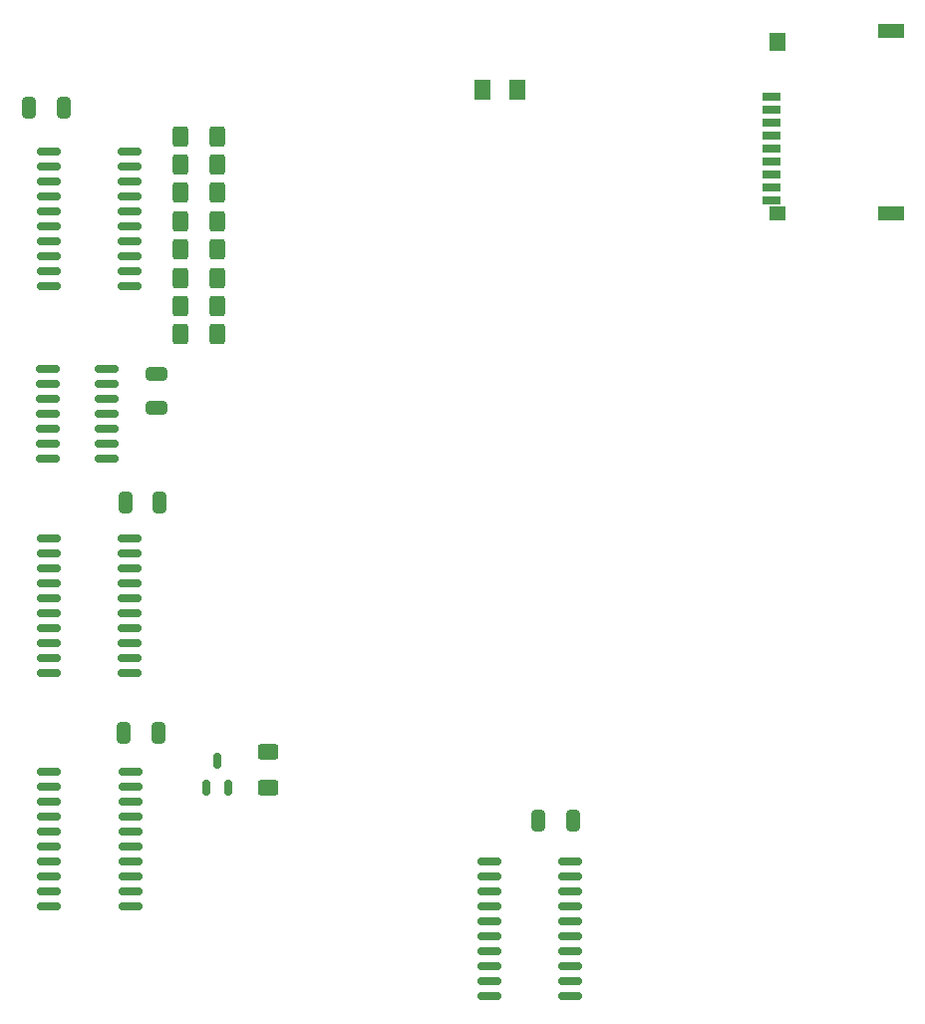
<source format=gtp>
G04 #@! TF.GenerationSoftware,KiCad,Pcbnew,6.0.11-2627ca5db0~126~ubuntu22.04.1*
G04 #@! TF.CreationDate,2023-02-12T16:42:10+00:00*
G04 #@! TF.ProjectId,srom,73726f6d-2e6b-4696-9361-645f70636258,v1.0*
G04 #@! TF.SameCoordinates,Original*
G04 #@! TF.FileFunction,Paste,Top*
G04 #@! TF.FilePolarity,Positive*
%FSLAX46Y46*%
G04 Gerber Fmt 4.6, Leading zero omitted, Abs format (unit mm)*
G04 Created by KiCad (PCBNEW 6.0.11-2627ca5db0~126~ubuntu22.04.1) date 2023-02-12 16:42:10*
%MOMM*%
%LPD*%
G01*
G04 APERTURE LIST*
G04 Aperture macros list*
%AMRoundRect*
0 Rectangle with rounded corners*
0 $1 Rounding radius*
0 $2 $3 $4 $5 $6 $7 $8 $9 X,Y pos of 4 corners*
0 Add a 4 corners polygon primitive as box body*
4,1,4,$2,$3,$4,$5,$6,$7,$8,$9,$2,$3,0*
0 Add four circle primitives for the rounded corners*
1,1,$1+$1,$2,$3*
1,1,$1+$1,$4,$5*
1,1,$1+$1,$6,$7*
1,1,$1+$1,$8,$9*
0 Add four rect primitives between the rounded corners*
20,1,$1+$1,$2,$3,$4,$5,0*
20,1,$1+$1,$4,$5,$6,$7,0*
20,1,$1+$1,$6,$7,$8,$9,0*
20,1,$1+$1,$8,$9,$2,$3,0*%
G04 Aperture macros list end*
%ADD10RoundRect,0.250000X-0.325000X-0.650000X0.325000X-0.650000X0.325000X0.650000X-0.325000X0.650000X0*%
%ADD11RoundRect,0.150000X-0.837500X-0.150000X0.837500X-0.150000X0.837500X0.150000X-0.837500X0.150000X0*%
%ADD12RoundRect,0.250000X-0.650000X0.325000X-0.650000X-0.325000X0.650000X-0.325000X0.650000X0.325000X0*%
%ADD13RoundRect,0.250000X0.625000X-0.400000X0.625000X0.400000X-0.625000X0.400000X-0.625000X-0.400000X0*%
%ADD14RoundRect,0.250000X0.325000X0.650000X-0.325000X0.650000X-0.325000X-0.650000X0.325000X-0.650000X0*%
%ADD15R,1.600000X0.700000*%
%ADD16R,2.200000X1.200000*%
%ADD17R,1.400000X1.600000*%
%ADD18R,1.400000X1.200000*%
%ADD19RoundRect,0.250000X-0.400000X-0.625000X0.400000X-0.625000X0.400000X0.625000X-0.400000X0.625000X0*%
%ADD20RoundRect,0.150000X-0.825000X-0.150000X0.825000X-0.150000X0.825000X0.150000X-0.825000X0.150000X0*%
%ADD21RoundRect,0.150000X0.150000X-0.512500X0.150000X0.512500X-0.150000X0.512500X-0.150000X-0.512500X0*%
%ADD22RoundRect,0.250001X0.462499X0.624999X-0.462499X0.624999X-0.462499X-0.624999X0.462499X-0.624999X0*%
G04 APERTURE END LIST*
D10*
X90065000Y-129600000D03*
X93015000Y-129600000D03*
D11*
X83567500Y-152465000D03*
X83567500Y-153735000D03*
X83567500Y-155005000D03*
X83567500Y-156275000D03*
X83567500Y-157545000D03*
X83567500Y-158815000D03*
X83567500Y-160085000D03*
X83567500Y-161355000D03*
X83567500Y-162625000D03*
X83567500Y-163895000D03*
X90492500Y-163895000D03*
X90492500Y-162625000D03*
X90492500Y-161355000D03*
X90492500Y-160085000D03*
X90492500Y-158815000D03*
X90492500Y-157545000D03*
X90492500Y-156275000D03*
X90492500Y-155005000D03*
X90492500Y-153735000D03*
X90492500Y-152465000D03*
X83547500Y-132645000D03*
X83547500Y-133915000D03*
X83547500Y-135185000D03*
X83547500Y-136455000D03*
X83547500Y-137725000D03*
X83547500Y-138995000D03*
X83547500Y-140265000D03*
X83547500Y-141535000D03*
X83547500Y-142805000D03*
X83547500Y-144075000D03*
X90472500Y-144075000D03*
X90472500Y-142805000D03*
X90472500Y-141535000D03*
X90472500Y-140265000D03*
X90472500Y-138995000D03*
X90472500Y-137725000D03*
X90472500Y-136455000D03*
X90472500Y-135185000D03*
X90472500Y-133915000D03*
X90472500Y-132645000D03*
D12*
X92760000Y-118645000D03*
X92760000Y-121595000D03*
D13*
X102180000Y-153840000D03*
X102180000Y-150740000D03*
D14*
X92925000Y-149140000D03*
X89975000Y-149140000D03*
D15*
X144990000Y-95130000D03*
X144990000Y-96230000D03*
X144990000Y-97330000D03*
X144990000Y-98430000D03*
X144990000Y-99530000D03*
X144990000Y-100630000D03*
D16*
X155090000Y-105080000D03*
D17*
X145490000Y-90480000D03*
D18*
X145490000Y-105080000D03*
D16*
X155090000Y-89580000D03*
D15*
X144990000Y-101730000D03*
X144990000Y-102830000D03*
X144990000Y-103930000D03*
D14*
X128105000Y-156610000D03*
X125155000Y-156610000D03*
D19*
X94790000Y-108118570D03*
X97890000Y-108118570D03*
D20*
X83505000Y-118250000D03*
X83505000Y-119520000D03*
X83505000Y-120790000D03*
X83505000Y-122060000D03*
X83505000Y-123330000D03*
X83505000Y-124600000D03*
X83505000Y-125870000D03*
X88455000Y-125870000D03*
X88455000Y-124600000D03*
X88455000Y-123330000D03*
X88455000Y-122060000D03*
X88455000Y-120790000D03*
X88455000Y-119520000D03*
X88455000Y-118250000D03*
D21*
X96930000Y-153787500D03*
X98830000Y-153787500D03*
X97880000Y-151512500D03*
D19*
X94790000Y-112927140D03*
X97890000Y-112927140D03*
D11*
X83547500Y-99765000D03*
X83547500Y-101035000D03*
X83547500Y-102305000D03*
X83547500Y-103575000D03*
X83547500Y-104845000D03*
X83547500Y-106115000D03*
X83547500Y-107385000D03*
X83547500Y-108655000D03*
X83547500Y-109925000D03*
X83547500Y-111195000D03*
X90472500Y-111195000D03*
X90472500Y-109925000D03*
X90472500Y-108655000D03*
X90472500Y-107385000D03*
X90472500Y-106115000D03*
X90472500Y-104845000D03*
X90472500Y-103575000D03*
X90472500Y-102305000D03*
X90472500Y-101035000D03*
X90472500Y-99765000D03*
X120977500Y-160085000D03*
X120977500Y-161355000D03*
X120977500Y-162625000D03*
X120977500Y-163895000D03*
X120977500Y-165165000D03*
X120977500Y-166435000D03*
X120977500Y-167705000D03*
X120977500Y-168975000D03*
X120977500Y-170245000D03*
X120977500Y-171515000D03*
X127902500Y-171515000D03*
X127902500Y-170245000D03*
X127902500Y-168975000D03*
X127902500Y-167705000D03*
X127902500Y-166435000D03*
X127902500Y-165165000D03*
X127902500Y-163895000D03*
X127902500Y-162625000D03*
X127902500Y-161355000D03*
X127902500Y-160085000D03*
D19*
X94790000Y-103310000D03*
X97890000Y-103310000D03*
X94790000Y-115331430D03*
X97890000Y-115331430D03*
D14*
X84835000Y-96070000D03*
X81885000Y-96070000D03*
D19*
X94790000Y-100905715D03*
X97890000Y-100905715D03*
X94790000Y-98501430D03*
X97890000Y-98501430D03*
D22*
X123397500Y-94580000D03*
X120422500Y-94580000D03*
D19*
X94790000Y-110522855D03*
X97890000Y-110522855D03*
X94790000Y-105714285D03*
X97890000Y-105714285D03*
M02*

</source>
